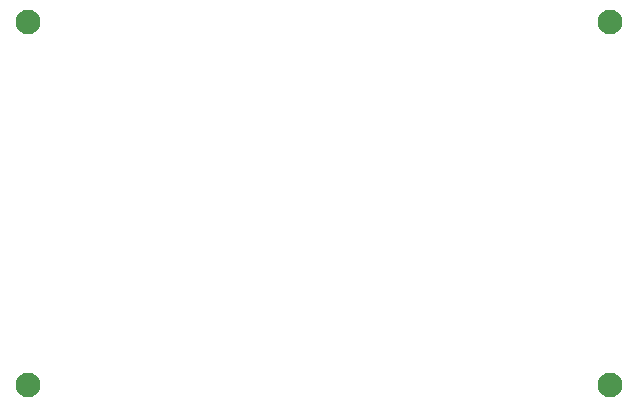
<source format=gbr>
%TF.GenerationSoftware,KiCad,Pcbnew,7.0.6-7.0.6~ubuntu22.10.1*%
%TF.CreationDate,2023-08-26T18:05:54+03:00*%
%TF.ProjectId,MCU Datalogger,4d435520-4461-4746-916c-6f676765722e,rev?*%
%TF.SameCoordinates,Original*%
%TF.FileFunction,NonPlated,1,2,NPTH,Drill*%
%TF.FilePolarity,Positive*%
%FSLAX46Y46*%
G04 Gerber Fmt 4.6, Leading zero omitted, Abs format (unit mm)*
G04 Created by KiCad (PCBNEW 7.0.6-7.0.6~ubuntu22.10.1) date 2023-08-26 18:05:54*
%MOMM*%
%LPD*%
G01*
G04 APERTURE LIST*
%TA.AperFunction,ComponentDrill*%
%ADD10C,2.100000*%
%TD*%
G04 APERTURE END LIST*
D10*
%TO.C,H1*%
X75200000Y-56000000D03*
%TO.C,H2*%
X75200000Y-86750000D03*
%TO.C,H3*%
X124500000Y-56000000D03*
%TO.C,H4*%
X124500000Y-86750000D03*
M02*

</source>
